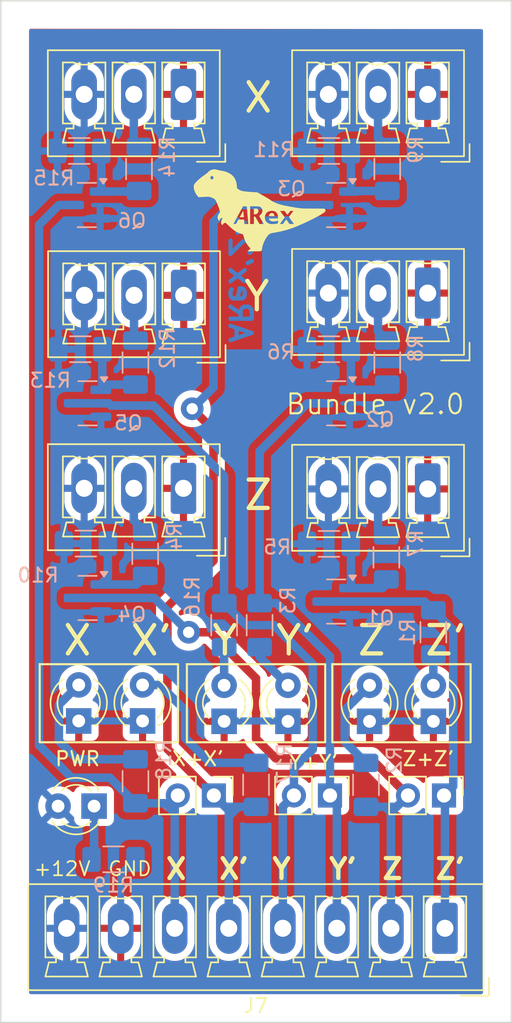
<source format=kicad_pcb>
(kicad_pcb (version 20240108) (generator "pcbnew") (generator_version "8.0")
  (layers (0 "F.Cu" signal) (31 "B.Cu" signal) (34 "B.Paste" user) (35 "F.Paste" user) (36 "B.SilkS" user "B.Silkscreen") (37 "F.SilkS" user "F.Silkscreen") (38 "B.Mask" user) (39 "F.Mask" user) (44 "Edge.Cuts" user))
  (net 0 "")
  (net 1 "GND")
  (net 2 "Net-(D5-A)")
  (net 3 "VDD")
  (net 4 "Net-(J2-Pin_2)")
  (net 5 "Net-(J3-Pin_2)")
  (net 6 "Net-(J4-Pin_2)")
  (net 7 "Net-(J5-Pin_2)")
  (net 8 "Net-(J6-Pin_2)")
  (net 9 "Net-(D6-A)")
  (net 10 "Z")
  (net 11 "Y")
  (net 12 "X")
  (net 13 "Net-(D1-A)")
  (net 14 "Net-(D2-A)")
  (net 15 "Net-(D3-A)")
  (net 16 "Net-(D4-A)")
  (net 17 "Net-(Q1-B)")
  (net 18 "Net-(Q2-B)")
  (net 19 "Net-(Q3-B)")
  (net 20 "X'")
  (net 21 "Net-(Q4-B)")
  (net 22 "Net-(Q5-B)")
  (net 23 "Y'")
  (net 24 "Net-(Q6-B)")
  (net 25 "Net-(J1-Pin_2)")
  (net 26 "Net-(D7-K)")
  (net 27 "Z'")
  (footprint "LED_THT:LED_D3.0mm" (layer "F.Cu") (at 163 108.775 90)
    (property "Reference" "D2" (hide yes))
    (property "Value" "Z")
    (pad "1" thru_hole rect (at 0 0 90) (size 1.8 1.8) (drill 0.9) (layers "*.Cu" "*.Mask") (net 1 "GND"))
    (pad "2" thru_hole circle (at 2.54 0 90) (size 1.8 1.8) (drill 0.9) (layers "*.Cu" "*.Mask") (net 14 "Net-(D2-A)"))
  )
  (footprint "Connector_Phoenix_MC:PhoenixContact_MCV_1,5_3-G-3.5_1x03_P3.50mm_Vertical" (layer "F.Cu") (at 167.1 78.6 180)
    (property "Reference" "J3" (hide yes))
    (property "Value" "Y'")
    (pad "1" thru_hole roundrect (at 0 0 180) (size 1.8 3.6) (drill 1.2) (layers "*.Cu" "*.Mask") (roundrect_rratio 0.138889) (net 1 "GND"))
    (pad "2" thru_hole oval (at 3.5 0 180) (size 1.8 3.6) (drill 1.2) (layers "*.Cu" "*.Mask") (net 5 "Net-(J3-Pin_2)"))
    (pad "3" thru_hole oval (at 7 0 180) (size 1.8 3.6) (drill 1.2) (layers "*.Cu" "*.Mask") (net 3 "VDD"))
  )
  (footprint "LED_THT:LED_D3.0mm" (layer "F.Cu") (at 142.5 108.7498 90)
    (property "Reference" "D6" (hide yes))
    (property "Value" "X")
    (pad "1" thru_hole rect (at 0 0 90) (size 1.8 1.8) (drill 0.9) (layers "*.Cu" "*.Mask") (net 1 "GND"))
    (pad "2" thru_hole circle (at 2.54 0 90) (size 1.8 1.8) (drill 0.9) (layers "*.Cu" "*.Mask") (net 9 "Net-(D6-A)"))
  )
  (footprint "Connector_PinHeader_2.54mm:PinHeader_1x02_P2.54mm_Vertical" (layer "F.Cu") (at 160.2118 114 -90)
    (property "Reference" "JP2" (hide yes))
    (property "Value" "Y")
    (pad "1" thru_hole rect (at 0 0 270) (size 1.7 1.7) (drill 1) (layers "*.Cu" "*.Mask") (net 23 "Y'"))
    (pad "2" thru_hole oval (at 0 2.54 270) (size 1.7 1.7) (drill 1) (layers "*.Cu" "*.Mask") (net 11 "Y"))
  )
  (footprint "Connector_Phoenix_MC:PhoenixContact_MCV_1,5_3-G-3.5_1x03_P3.50mm_Vertical" (layer "F.Cu") (at 149.9 78.7575 180)
    (property "Reference" "J4" (hide yes))
    (property "Value" "Y")
    (pad "1" thru_hole roundrect (at 0 0 180) (size 1.8 3.6) (drill 1.2) (layers "*.Cu" "*.Mask") (roundrect_rratio 0.138889) (net 1 "GND"))
    (pad "2" thru_hole oval (at 3.5 0 180) (size 1.8 3.6) (drill 1.2) (layers "*.Cu" "*.Mask") (net 6 "Net-(J4-Pin_2)"))
    (pad "3" thru_hole oval (at 7 0 180) (size 1.8 3.6) (drill 1.2) (layers "*.Cu" "*.Mask") (net 3 "VDD"))
  )
  (footprint "LED_THT:LED_D3.0mm" (layer "F.Cu") (at 152.75 108.775 90)
    (property "Reference" "D4" (hide yes))
    (property "Value" "Y")
    (pad "1" thru_hole rect (at 0 0 90) (size 1.8 1.8) (drill 0.9) (layers "*.Cu" "*.Mask") (net 1 "GND"))
    (pad "2" thru_hole circle (at 2.54 0 90) (size 1.8 1.8) (drill 0.9) (layers "*.Cu" "*.Mask") (net 16 "Net-(D4-A)"))
  )
  (footprint "Connector_Phoenix_MC:PhoenixContact_MCV_1,5_3-G-3.5_1x03_P3.50mm_Vertical" (layer "F.Cu") (at 149.8825 64.6 180)
    (property "Reference" "J6" (hide yes))
    (property "Value" "XX")
    (pad "1" thru_hole roundrect (at 0 0 180) (size 1.8 3.6) (drill 1.2) (layers "*.Cu" "*.Mask") (roundrect_rratio 0.138889) (net 1 "GND"))
    (pad "2" thru_hole oval (at 3.5 0 180) (size 1.8 3.6) (drill 1.2) (layers "*.Cu" "*.Mask") (net 8 "Net-(J6-Pin_2)"))
    (pad "3" thru_hole oval (at 7 0 180) (size 1.8 3.6) (drill 1.2) (layers "*.Cu" "*.Mask") (net 3 "VDD"))
  )
  (footprint "Connector_Phoenix_MC:PhoenixContact_MCV_1,5_3-G-3.5_1x03_P3.50mm_Vertical" (layer "F.Cu") (at 167.1 64.6 180)
    (property "Reference" "J5" (hide yes))
    (property "Value" "X'")
    (pad "1" thru_hole roundrect (at 0 0 180) (size 1.8 3.6) (drill 1.2) (layers "*.Cu" "*.Mask") (roundrect_rratio 0.138889) (net 1 "GND"))
    (pad "2" thru_hole oval (at 3.5 0 180) (size 1.8 3.6) (drill 1.2) (layers "*.Cu" "*.Mask") (net 7 "Net-(J5-Pin_2)"))
    (pad "3" thru_hole oval (at 7 0 180) (size 1.8 3.6) (drill 1.2) (layers "*.Cu" "*.Mask") (net 3 "VDD"))
  )
  (footprint "Connector_PinHeader_2.54mm:PinHeader_1x02_P2.54mm_Vertical" (layer "F.Cu") (at 152.025 114 -90)
    (property "Reference" "JP1" (hide yes))
    (property "Value" "X")
    (pad "1" thru_hole rect (at 0 0 270) (size 1.7 1.7) (drill 1) (layers "*.Cu" "*.Mask") (net 20 "X'"))
    (pad "2" thru_hole oval (at 0 2.54 270) (size 1.7 1.7) (drill 1) (layers "*.Cu" "*.Mask") (net 12 "X"))
  )
  (footprint "LOGO" (layer "F.Cu") (at 155.25 72.75)
    (property "Reference" "G***" (hide yes))
    (property "Value" "LOGO" (hide yes))
  )
  (footprint "LED_THT:LED_D3.0mm" (layer "F.Cu") (at 147 108.7498 90)
    (property "Reference" "D5" (hide yes))
    (property "Value" "X'")
    (pad "1" thru_hole rect (at 0 0 90) (size 1.8 1.8) (drill 0.9) (layers "*.Cu" "*.Mask") (net 1 "GND"))
    (pad "2" thru_hole circle (at 2.54 0 90) (size 1.8 1.8) (drill 0.9) (layers "*.Cu" "*.Mask") (net 2 "Net-(D5-A)"))
  )
  (footprint "LED_THT:LED_D3.0mm" (layer "F.Cu") (at 157.25 108.775 90)
    (property "Reference" "D3" (hide yes))
    (property "Value" "Y'")
    (pad "1" thru_hole rect (at 0 0 90) (size 1.8 1.8) (drill 0.9) (layers "*.Cu" "*.Mask") (net 1 "GND"))
    (pad "2" thru_hole circle (at 2.54 0 90) (size 1.8 1.8) (drill 0.9) (layers "*.Cu" "*.Mask") (net 15 "Net-(D3-A)"))
  )
  (footprint "Connector_Phoenix_MC:PhoenixContact_MCV_1,5_3-G-3.5_1x03_P3.50mm_Vertical" (layer "F.Cu") (at 149.8825 92.3575 180)
    (property "Reference" "J2" (hide yes))
    (property "Value" "Z")
    (pad "1" thru_hole roundrect (at 0 0 180) (size 1.8 3.6) (drill 1.2) (layers "*.Cu" "*.Mask") (roundrect_rratio 0.138889) (net 1 "GND"))
    (pad "2" thru_hole oval (at 3.5 0 180) (size 1.8 3.6) (drill 1.2) (layers "*.Cu" "*.Mask") (net 4 "Net-(J2-Pin_2)"))
    (pad "3" thru_hole oval (at 7 0 180) (size 1.8 3.6) (drill 1.2) (layers "*.Cu" "*.Mask") (net 3 "VDD"))
  )
  (footprint "Connector_PinHeader_2.54mm:PinHeader_1x02_P2.54mm_Vertical" (layer "F.Cu") (at 168.25 114 -90)
    (property "Reference" "JP3" (hide yes))
    (property "Value" "Z")
    (pad "1" thru_hole rect (at 0 0 270) (size 1.7 1.7) (drill 1) (layers "*.Cu" "*.Mask") (net 27 "Z'"))
    (pad "2" thru_hole oval (at 0 2.54 270) (size 1.7 1.7) (drill 1) (layers "*.Cu" "*.Mask") (net 10 "Z"))
  )
  (footprint "Connector_Phoenix_MC:PhoenixContact_MCV_1,5_8-G-3.81_1x08_P3.81mm_Vertical" (layer "F.Cu") (at 168.3175 123.3575 180)
    (property "Reference" "J7" (at 13.33 -5.45 0) (layer "F.SilkS"))
    (property "Value" "Screw_Terminal_01x08")
    (pad "1" thru_hole roundrect (at 0 0 180) (size 1.8 3.6) (drill 1.2) (layers "*.Cu" "*.Mask") (roundrect_rratio 0.138889) (net 27 "Z'"))
    (pad "2" thru_hole oval (at 3.81 0 180) (size 1.8 3.6) (drill 1.2) (layers "*.Cu" "*.Mask") (net 10 "Z"))
    (pad "3" thru_hole oval (at 7.62 0 180) (size 1.8 3.6) (drill 1.2) (layers "*.Cu" "*.Mask") (net 23 "Y'"))
    (pad "4" thru_hole oval (at 11.43 0 180) (size 1.8 3.6) (drill 1.2) (layers "*.Cu" "*.Mask") (net 11 "Y"))
    (pad "5" thru_hole oval (at 15.24 0 180) (size 1.8 3.6) (drill 1.2) (layers "*.Cu" "*.Mask") (net 20 "X'"))
    (pad "6" thru_hole oval (at 19.05 0 180) (size 1.8 3.6) (drill 1.2) (layers "*.Cu" "*.Mask") (net 12 "X"))
    (pad "7" thru_hole oval (at 22.86 0 180) (size 1.8 3.6) (drill 1.2) (layers "*.Cu" "*.Mask") (net 1 "GND"))
    (pad "8" thru_hole oval (at 26.67 0 180) (size 1.8 3.6) (drill 1.2) (layers "*.Cu" "*.Mask") (net 3 "VDD"))
  )
  (footprint "LED_THT:LED_D3.0mm" (layer "F.Cu") (at 143.583 114.75 180)
    (property "Reference" "D7" (hide yes))
    (property "Value" "PWR")
    (pad "1" thru_hole rect (at 0 0 180) (size 1.8 1.8) (drill 0.9) (layers "*.Cu" "*.Mask") (net 26 "Net-(D7-K)"))
    (pad "2" thru_hole circle (at 2.54 0 180) (size 1.8 1.8) (drill 0.9) (layers "*.Cu" "*.Mask") (net 3 "VDD"))
  )
  (footprint "Connector_Phoenix_MC:PhoenixContact_MCV_1,5_3-G-3.5_1x03_P3.50mm_Vertical" (layer "F.Cu") (at 167.1 92.4 180)
    (property "Reference" "J1" (hide yes))
    (property "Value" "Z'")
    (pad "1" thru_hole roundrect (at 0 0 180) (size 1.8 3.6) (drill 1.2) (layers "*.Cu" "*.Mask") (roundrect_rratio 0.138889) (net 1 "GND"))
    (pad "2" thru_hole oval (at 3.5 0 180) (size 1.8 3.6) (drill 1.2) (layers "*.Cu" "*.Mask") (net 25 "Net-(J1-Pin_2)"))
    (pad "3" thru_hole oval (at 7 0 180) (size 1.8 3.6) (drill 1.2) (layers "*.Cu" "*.Mask") (net 3 "VDD"))
  )
  (footprint "LED_THT:LED_D3.0mm" (layer "F.Cu") (at 167.5 108.775 90)
    (property "Reference" "D1" (hide yes))
    (property "Value" "Z'")
    (pad "1" thru_hole rect (at 0 0 90) (size 1.8 1.8) (drill 0.9) (layers "*.Cu" "*.Mask") (net 1 "GND"))
    (pad "2" thru_hole circle (at 2.54 0 90) (size 1.8 1.8) (drill 0.9) (layers "*.Cu" "*.Mask") (net 13 "Net-(D1-A)"))
  )
  (footprint "Resistor_SMD:R_1206_3216Metric_Pad1.30x1.75mm_HandSolder" (layer "B.Cu") (at 146.5 113 90)
    (property "Reference" "R18" (at 1.5 2 90) (layer "B.SilkS") (effects (justify mirror)))
    (property "Value" "10k")
    (pad "1" smd roundrect (at -1.55 0 90) (size 1.3 1.75) (layers "B.Cu" "B.Paste" "B.Mask") (roundrect_rratio 0.192308) (net 12 "X"))
    (pad "2" smd roundrect (at 1.55 0 90) (size 1.3 1.75) (layers "B.Cu" "B.Paste" "B.Mask") (roundrect_rratio 0.192308) (net 9 "Net-(D6-A)"))
  )
  (footprint "Resistor_SMD:R_1206_3216Metric_Pad1.30x1.75mm_HandSolder" (layer "B.Cu") (at 155 113.25 90)
    (property "Reference" "R17" (at 1.5 2 90) (layer "B.SilkS") (effects (justify mirror)))
    (property "Value" "10k")
    (pad "1" smd roundrect (at -1.55 0 90) (size 1.3 1.75) (layers "B.Cu" "B.Paste" "B.Mask") (roundrect_rratio 0.192308) (net 20 "X'"))
    (pad "2" smd roundrect (at 1.55 0 90) (size 1.3 1.75) (layers "B.Cu" "B.Paste" "B.Mask") (roundrect_rratio 0.192308) (net 2 "Net-(D5-A)"))
  )
  (footprint "Resistor_SMD:R_1206_3216Metric_Pad1.30x1.75mm_HandSolder" (layer "B.Cu") (at 164.25 69.8568 -90)
    (property "Reference" "R9" (at -1.3568 -2 90) (layer "B.SilkS") (effects (justify mirror)))
    (property "Value" "1k")
    (pad "1" smd roundrect (at -1.55 0 270) (size 1.3 1.75) (layers "B.Cu" "B.Paste" "B.Mask") (roundrect_rratio 0.192308) (net 7 "Net-(J5-Pin_2)"))
    (pad "2" smd roundrect (at 1.55 0 270) (size 1.3 1.75) (layers "B.Cu" "B.Paste" "B.Mask") (roundrect_rratio 0.192308) (net 19 "Net-(Q3-B)"))
  )
  (footprint "Package_TO_SOT_SMD:SOT-23" (layer "B.Cu") (at 160.6468 100.3368 180)
    (property "Reference" "Q1" (at -3.1032 -1.1632 180) (layer "B.SilkS") (effects (justify mirror)))
    (property "Value" "BC858")
    (pad "1" smd roundrect (at -0.9375 0.95 180) (size 1.475 0.6) (layers "B.Cu" "B.Paste" "B.Mask") (net 17 "Net-(Q1-B)"))
    (pad "2" smd roundrect (at -0.9375 -0.95 180) (size 1.475 0.6) (layers "B.Cu" "B.Paste" "B.Mask") (net 3 "VDD"))
    (pad "3" smd roundrect (at 0.9375 0 180) (size 1.475 0.6) (layers "B.Cu" "B.Paste" "B.Mask") (net 27 "Z'"))
  )
  (footprint "Resistor_SMD:R_1206_3216Metric_Pad1.30x1.75mm_HandSolder" (layer "B.Cu") (at 155.25 102 -90)
    (property "Reference" "R3" (at -1.75 -2 90) (layer "B.SilkS") (effects (justify mirror)))
    (property "Value" "10k")
    (pad "1" smd roundrect (at -1.55 0 270) (size 1.3 1.75) (layers "B.Cu" "B.Paste" "B.Mask") (roundrect_rratio 0.192308) (net 23 "Y'"))
    (pad "2" smd roundrect (at 1.55 0 270) (size 1.3 1.75) (layers "B.Cu" "B.Paste" "B.Mask") (roundrect_rratio 0.192308) (net 15 "Net-(D3-A)"))
  )
  (footprint "Resistor_SMD:R_1206_3216Metric_Pad1.30x1.75mm_HandSolder" (layer "B.Cu") (at 146.75 69.8568 -90)
    (property "Reference" "R14" (at -0.8568 -2 90) (layer "B.SilkS") (effects (justify mirror)))
    (property "Value" "1k")
    (pad "1" smd roundrect (at -1.55 0 270) (size 1.3 1.75) (layers "B.Cu" "B.Paste" "B.Mask") (roundrect_rratio 0.192308) (net 8 "Net-(J6-Pin_2)"))
    (pad "2" smd roundrect (at 1.55 0 270) (size 1.3 1.75) (layers "B.Cu" "B.Paste" "B.Mask") (roundrect_rratio 0.192308) (net 24 "Net-(Q6-B)"))
  )
  (footprint "Resistor_SMD:R_1206_3216Metric_Pad1.30x1.75mm_HandSolder" (layer "B.Cu") (at 142.6128 82.5568 180)
    (property "Reference" "R13" (at 2.1128 -2.1932 0) (layer "B.SilkS") (effects (justify mirror)))
    (property "Value" "100k")
    (pad "1" smd roundrect (at -1.55 0 180) (size 1.3 1.75) (layers "B.Cu" "B.Paste" "B.Mask") (roundrect_rratio 0.192308) (net 22 "Net-(Q5-B)"))
    (pad "2" smd roundrect (at 1.55 0 180) (size 1.3 1.75) (layers "B.Cu" "B.Paste" "B.Mask") (roundrect_rratio 0.192308) (net 3 "VDD"))
  )
  (footprint "Package_TO_SOT_SMD:SOT-23" (layer "B.Cu") (at 143.1208 100.0844 180)
    (property "Reference" "Q4" (at -3.1292 -1.1656 180) (layer "B.SilkS") (effects (justify mirror)))
    (property "Value" "BC858")
    (pad "1" smd roundrect (at -0.9375 0.95 180) (size 1.475 0.6) (layers "B.Cu" "B.Paste" "B.Mask") (net 21 "Net-(Q4-B)"))
    (pad "2" smd roundrect (at -0.9375 -0.95 180) (size 1.475 0.6) (layers "B.Cu" "B.Paste" "B.Mask") (net 3 "VDD"))
    (pad "3" smd roundrect (at 0.9375 0 180) (size 1.475 0.6) (layers "B.Cu" "B.Paste" "B.Mask") (net 10 "Z"))
  )
  (footprint "Resistor_SMD:R_1206_3216Metric_Pad1.30x1.75mm_HandSolder" (layer "B.Cu") (at 142.5372 68.5868 180)
    (property "Reference" "R15" (at 1.7872 -1.9132 0) (layer "B.SilkS") (effects (justify mirror)))
    (property "Value" "100k")
    (pad "1" smd roundrect (at -1.55 0 180) (size 1.3 1.75) (layers "B.Cu" "B.Paste" "B.Mask") (roundrect_rratio 0.192308) (net 24 "Net-(Q6-B)"))
    (pad "2" smd roundrect (at 1.55 0 180) (size 1.3 1.75) (layers "B.Cu" "B.Paste" "B.Mask") (roundrect_rratio 0.192308) (net 3 "VDD"))
  )
  (footprint "Resistor_SMD:R_1206_3216Metric_Pad1.30x1.75mm_HandSolder" (layer "B.Cu") (at 144.95 118.5)
    (property "Reference" "R19" (at 0 1.82 0) (layer "B.SilkS") (effects (justify mirror)))
    (property "Value" "10k")
    (pad "1" smd roundrect (at -1.55 0) (size 1.3 1.75) (layers "B.Cu" "B.Paste" "B.Mask") (roundrect_rratio 0.192308) (net 26 "Net-(D7-K)"))
    (pad "2" smd roundrect (at 1.55 0) (size 1.3 1.75) (layers "B.Cu" "B.Paste" "B.Mask") (roundrect_rratio 0.192308) (net 1 "GND"))
  )
  (footprint "Resistor_SMD:R_1206_3216Metric_Pad1.30x1.75mm_HandSolder" (layer "B.Cu") (at 160.1388 68.5868 180)
    (property "Reference" "R11" (at 3.8888 0.0868 0) (layer "B.SilkS") (effects (justify mirror)))
    (property "Value" "100k")
    (pad "1" smd roundrect (at -1.55 0 180) (size 1.3 1.75) (layers "B.Cu" "B.Paste" "B.Mask") (roundrect_rratio 0.192308) (net 19 "Net-(Q3-B)"))
    (pad "2" smd roundrect (at 1.55 0 180) (size 1.3 1.75) (layers "B.Cu" "B.Paste" "B.Mask") (roundrect_rratio 0.192308) (net 3 "VDD"))
  )
  (footprint "Resistor_SMD:R_1206_3216Metric_Pad1.30x1.75mm_HandSolder" (layer "B.Cu") (at 162.75 113.25 90)
    (property "Reference" "R2" (at 1.75 2 90) (layer "B.SilkS") (effects (justify mirror)))
    (property "Value" "10k")
    (pad "1" smd roundrect (at -1.55 0 90) (size 1.3 1.75) (layers "B.Cu" "B.Paste" "B.Mask") (roundrect_rratio 0.192308) (net 10 "Z"))
    (pad "2" smd roundrect (at 1.55 0 90) (size 1.3 1.75) (layers "B.Cu" "B.Paste" "B.Mask") (roundrect_rratio 0.192308) (net 14 "Net-(D2-A)"))
  )
  (footprint "Resistor_SMD:R_1206_3216Metric_Pad1.30x1.75mm_HandSolder" (layer "B.Cu") (at 143 96.25 180)
    (property "Reference" "R10" (at 3.3628 -2.2272 0) (layer "B.SilkS") (effects (justify mirror)))
    (property "Value" "100k")
    (pad "1" smd roundrect (at -1.55 0 180) (size 1.3 1.75) (layers "B.Cu" "B.Paste" "B.Mask") (roundrect_rratio 0.192308) (net 21 "Net-(Q4-B)"))
    (pad "2" smd roundrect (at 1.55 0 180) (size 1.3 1.75) (layers "B.Cu" "B.Paste" "B.Mask") (roundrect_rratio 0.192308) (net 3 "VDD"))
  )
  (footprint "Resistor_SMD:R_1206_3216Metric_Pad1.30x1.75mm_HandSolder" (layer "B.Cu") (at 146.5 83.5 -90)
    (property "Reference" "R12" (at -1 -2.25 90) (layer "B.SilkS") (effects (justify mirror)))
    (property "Value" "1k")
    (pad "1" smd roundrect (at -1.55 0 270) (size 1.3 1.75) (layers "B.Cu" "B.Paste" "B.Mask") (roundrect_rratio 0.192308) (net 6 "Net-(J4-Pin_2)"))
    (pad "2" smd roundrect (at 1.55 0 270) (size 1.3 1.75) (layers "B.Cu" "B.Paste" "B.Mask") (roundrect_rratio 0.192308) (net 22 "Net-(Q5-B)"))
  )
  (footprint "Package_TO_SOT_SMD:SOT-23" (layer "B.Cu") (at 160.6468 86.3668 180)
    (property "Reference" "Q2" (at -3.1032 -1.1332 180) (layer "B.SilkS") (effects (justify mirror)))
    (property "Value" "BC858")
    (pad "1" smd roundrect (at -0.9375 0.95 180) (size 1.475 0.6) (layers "B.Cu" "B.Paste" "B.Mask") (net 18 "Net-(Q2-B)"))
    (pad "2" smd roundrect (at -0.9375 -0.95 180) (size 1.475 0.6) (layers "B.Cu" "B.Paste" "B.Mask") (net 3 "VDD"))
    (pad "3" smd roundrect (at 0.9375 0 180) (size 1.475 0.6) (layers "B.Cu" "B.Paste" "B.Mask") (net 23 "Y'"))
  )
  (footprint "Resistor_SMD:R_1206_3216Metric_Pad1.30x1.75mm_HandSolder" (layer "B.Cu") (at 164.1868 97.2248 -90)
    (property "Reference" "R7" (at -0.9748 -2.0632 90) (layer "B.SilkS") (effects (justify mirror)))
    (property "Value" "1k")
    (pad "1" smd roundrect (at -1.55 0 270) (size 1.3 1.75) (layers "B.Cu" "B.Paste" "B.Mask") (roundrect_rratio 0.192308) (net 25 "Net-(J1-Pin_2)"))
    (pad "2" smd roundrect (at 1.55 0 270) (size 1.3 1.75) (layers "B.Cu" "B.Paste" "B.Mask") (roundrect_rratio 0.192308) (net 17 "Net-(Q1-B)"))
  )
  (footprint "Resistor_SMD:R_1206_3216Metric_Pad1.30x1.75mm_HandSolder" (layer "B.Cu") (at 152.75 102 -90)
    (property "Reference" "R16" (at -2 2.25 90) (layer "B.SilkS") (effects (justify mirror)))
    (property "Value" "10k")
    (pad "1" smd roundrect (at -1.55 0 270) (size 1.3 1.75) (layers "B.Cu" "B.Paste" "B.Mask") (roundrect_rratio 0.192308) (net 11 "Y"))
    (pad "2" smd roundrect (at 1.55 0 270) (size 1.3 1.75) (layers "B.Cu" "B.Paste" "B.Mask") (roundrect_rratio 0.192308) (net 16 "Net-(D4-A)"))
  )
  (footprint "Package_TO_SOT_SMD:SOT-23" (layer "B.Cu") (at 143.1208 86.3668 180)
    (property "Reference" "Q5" (at -2.8792 -1.3832 180) (layer "B.SilkS") (effects (justify mirror)))
    (property "Value" "BC858")
    (pad "1" smd roundrect (at -0.9375 0.95 180) (size 1.475 0.6) (layers "B.Cu" "B.Paste" "B.Mask") (net 22 "Net-(Q5-B)"))
    (pad "2" smd roundrect (at -0.9375 -0.95 180) (size 1.475 0.6) (layers "B.Cu" "B.Paste" "B.Mask") (net 3 "VDD"))
    (pad "3" smd roundrect (at 0.9375 0 180) (size 1.475 0.6) (layers "B.Cu" "B.Paste" "B.Mask") (net 11 "Y"))
  )
  (footprint "Package_TO_SOT_SMD:SOT-23" (layer "B.Cu") (at 143.07 72.3968 180)
    (property "Reference" "Q6" (at -3.18 -1.1032 180) (layer "B.SilkS") (effects (justify mirror)))
    (property "Value" "BC858")
    (pad "1" smd roundrect (at -0.9375 0.95 180) (size 1.475 0.6) (layers "B.Cu" "B.Paste" "B.Mask") (net 24 "Net-(Q6-B)"))
    (pad "2" smd roundrect (at -0.9375 -0.95 180) (size 1.475 0.6) (layers "B.Cu" "B.Paste" "B.Mask") (net 3 "VDD"))
    (pad "3" smd roundrect (at 0.9375 0 180) (size 1.475 0.6) (layers "B.Cu" "B.Paste" "B.Mask") (net 12 "X"))
  )
  (footprint "Resistor_SMD:R_1206_3216Metric_Pad1.30x1.75mm_HandSolder" (layer "B.Cu") (at 147.1868 96.9748 -90)
    (property "Reference" "R4" (at -1.2248 -2.0632 90) (layer "B.SilkS") (effects (justify mirror)))
    (property "Value" "1k")
    (pad "1" smd roundrect (at -1.55 0 270) (size 1.3 1.75) (layers "B.Cu" "B.Paste" "B.Mask") (roundrect_rratio 0.192308) (net 4 "Net-(J2-Pin_2)"))
    (pad "2" smd roundrect (at 1.55 0 270) (size 1.3 1.75) (layers "B.Cu" "B.Paste" "B.Mask") (roundrect_rratio 0.192308) (net 21 "Net-(Q4-B)"))
  )
  (footprint "Resistor_SMD:R_1206_3216Metric_Pad1.30x1.75mm_HandSolder" (layer "B.Cu") (at 160.1388 96.2728 180)
    (property "Reference" "R5" (at 3.6388 -0.2272 0) (layer "B.SilkS") (effects (justify mirror)))
    (property "Value" "100k")
    (pad "1" smd roundrect (at -1.55 0 180) (size 1.3 1.75) (layers "B.Cu" "B.Paste" "B.Mask") (roundrect_rratio 0.192308) (net 17 "Net-(Q1-B)"))
    (pad "2" smd roundrect (at 1.55 0 180) (size 1.3 1.75) (layers "B.Cu" "B.Paste" "B.Mask") (roundrect_rratio 0.192308) (net 3 "VDD"))
  )
  (footprint "Resistor_SMD:R_1206_3216Metric_Pad1.30x1.75mm_HandSolder" (layer "B.Cu") (at 167.5 102.5 -90)
    (property "Reference" "R1" (at 0 1.82 90) (layer "B.SilkS") (effects (justify mirror)))
    (property "Value" "10k")
    (pad "1" smd roundrect (at -1.55 0 270) (size 1.3 1.75) (layers "B.Cu" "B.Paste" "B.Mask") (roundrect_rratio 0.192308) (net 27 "Z'"))
    (pad "2" smd roundrect (at 1.55 0 270) (size 1.3 1.75) (layers "B.Cu" "B.Paste" "B.Mask") (roundrect_rratio 0.192308) (net 13 "Net-(D1-A)"))
  )
  (footprint "Package_TO_SOT_SMD:SOT-23" (layer "B.Cu") (at 160.6468 72.3968 180)
    (property "Reference" "Q3" (at 3.1468 1.1468 180) (layer "B.SilkS") (effects (justify mirror)))
    (property "Value" "BC858")
    (pad "1" smd roundrect (at -0.9375 0.95 180) (size 1.475 0.6) (layers "B.Cu" "B.Paste" "B.Mask") (net 19 "Net-(Q3-B)"))
    (pad "2" smd roundrect (at -0.9375 -0.95 180) (size 1.475 0.6) (layers "B.Cu" "B.Paste" "B.Mask") (net 3 "VDD"))
    (pad "3" smd roundrect (at 0.9375 0 180) (size 1.475 0.6) (layers "B.Cu" "B.Paste" "B.Mask") (net 20 "X'"))
  )
  (footprint "Resistor_SMD:R_1206_3216Metric_Pad1.30x1.75mm_HandSolder" (layer "B.Cu") (at 164.25 83.5 -90)
    (property "Reference" "R8" (at -1 -2 90) (layer "B.SilkS") (effects (justify mirror)))
    (property "Value" "1k")
    (pad "1" smd roundrect (at -1.55 0 270) (size 1.3 1.75) (layers "B.Cu" "B.Paste" "B.Mask") (roundrect_rratio 0.192308) (net 5 "Net-(J3-Pin_2)"))
    (pad "2" smd roundrect (at 1.55 0 270) (size 1.3 1.75) (layers "B.Cu" "B.Paste" "B.Mask") (roundrect_rratio 0.192308) (net 18 "Net-(Q2-B)"))
  )
  (footprint "Resistor_SMD:R_1206_3216Metric_Pad1.30x1.75mm_HandSolder" (layer "B.Cu") (at 160.1388 82.5568 180)
    (property "Reference" "R6" (at 3.3888 -0.1932 0) (layer "B.SilkS") (effects (justify mirror)))
    (property "Value" "100k")
    (pad "1" smd roundrect (at -1.55 0 180) (size 1.3 1.75) (layers "B.Cu" "B.Paste" "B.Mask") (roundrect_rratio 0.192308) (net 18 "Net-(Q2-B)"))
    (pad "2" smd roundrect (at 1.55 0 180) (size 1.3 1.75) (layers "B.Cu" "B.Paste" "B.Mask") (roundrect_rratio 0.192308) (net 3 "VDD"))
  )
  (gr_rect (start 160.375 104.75) (end 170.125 110.25) (stroke (width 0.15)) (fill none) (layer "F.SilkS"))
  (gr_rect (start 139.75 104.75) (end 149.5 110.25) (stroke (width 0.15)) (fill none) (layer "F.SilkS"))
  (gr_rect (start 150.125 104.75) (end 159.875 110.25) (stroke (width 0.15)) (fill none) (layer "F.SilkS"))
  (gr_rect (start 137 58) (end 173 130) (stroke (width 0.1)) (fill none) (layer "Edge.Cuts"))
  (gr_text "ARex'24" (at 153 82.25 -90) (layer "B.Cu") (effects (font (size 1.5 1.5) (thickness 0.3) (bold yes)) (justify left bottom mirror)))
  (gr_text "Z" (at 154 94 0) (layer "F.SilkS") (effects (font (size 2 2) (thickness 0.3) (bold yes)) (justify left bottom)))
  (gr_text "+12V" (at 139.25 119.75 0) (layer "F.SilkS") (effects (font (size 1 1) (thickness 0.125)) (justify left bottom)))
  (gr_text "Y'" (at 160 120 0) (layer "F.SilkS") (effects (font (size 1.4 1.4) (thickness 0.3) (bold yes)) (justify left bottom)))
  (gr_text "GND" (at 144.5 119.75 0) (layer "F.SilkS") (effects (font (size 1 1) (thickness 0.125)) (justify left bottom)))
  (gr_text "Z+Z'" (at 165.25 112 0) (layer "F.SilkS") (effects (font (size 1 1)) (justify left bottom)))
  (gr_text "Y+Y'" (at 157.25 112.25 0) (layer "F.SilkS") (effects (font (size 1 1)) (justify left bottom)))
  (gr_text "X" (at 148.5 120 0) (layer "F.SilkS") (effects (font (size 1.4 1.4) (thickness 0.3) (bold yes)) (justify left bottom)))
  (gr_text "Z'" (at 166.75 104.25 0) (layer "F.SilkS") (effects (font (size 2 2) (thickness 0.3) (bold yes)) (justify left bottom)))
  (gr_text "Z" (at 163.75 120 0) (layer "F.SilkS") (effects (font (size 1.4 1.4) (thickness 0.3) (bold yes)) (justify left bottom)))
  (gr_text "Bundle v2.0" (at 157 87.25 0) (layer "F.SilkS") (effects (font (size 1.4 1.4)) (justify left bottom)))
  (gr_text "Z" (at 162 104.25 0) (layer "F.SilkS") (effects (font (size 2 2) (thickness 0.3) (bold yes)) (justify left bottom)))
  (gr_text "X'" (at 146 104.25 0) (layer "F.SilkS") (effects (font (size 2 2) (thickness 0.3) (bold yes)) (justify left bottom)))
  (gr_text "X" (at 141.25 104.25 0) (layer "F.SilkS") (effects (font (size 2 2) (thickness 0.3) (bold yes)) (justify left bottom)))
  (gr_text "Y'" (at 156.25 104.25 0) (layer "F.SilkS") (effects (font (size 2 2) (thickness 0.3) (bold yes)) (justify left bottom)))
  (gr_text "PWR" (at 140.75 112 0) (layer "F.SilkS") (effects (font (size 1 1)) (justify left bottom)))
  (gr_text "Z'" (at 167.5 120 0) (layer "F.SilkS") (effects (font (size 1.4 1.4) (thickness 0.3) (bold yes)) (justify left bottom)))
  (gr_text "Y" (at 151.75 104.25 0) (layer "F.SilkS") (effects (font (size 2 2) (thickness 0.3) (bold yes)) (justify left bottom)))
  (gr_text "Y" (at 156 120 0) (layer "F.SilkS") (effects (font (size 1.4 1.4) (thickness 0.3) (bold yes)) (justify left bottom)))
  (gr_text "X'" (at 152.25 120 0) (layer "F.SilkS") (effects (font (size 1.4 1.4) (thickness 0.3) (bold yes)) (justify left bottom)))
  (gr_text "Y" (at 154 80 0) (layer "F.SilkS") (effects (font (size 2 2) (thickness 0.3) (bold yes)) (justify left bottom)))
  (gr_text "X+X'" (at 149 112 0) (layer "F.SilkS") (effects (font (size 1 1)) (justify left bottom)))
  (gr_text "X" (at 154 66 0) (layer "F.SilkS") (effects (font (size 2 2) (thickness 0.3) (bold yes)) (justify left bottom)))
  (segment (start 163.1868 108.7498) (end 167.6868 108.7498) (width 0.5) (layer "B.Cu") (net 1))
  (segment (start 157.1868 108.7498) (end 152.6868 108.7498) (width 0.5) (layer "B.Cu") (net 1))
  (segment (start 145.4575 119.5425) (end 145.4575 123.3575) (width 0.5) (layer "B.Cu") (net 1))
  (segment (start 146.5 118.5) (end 145.4575 119.5425) (width 0.5) (layer "B.Cu") (net 1))
  (segment (start 142.4368 108.7498) (end 146.9368 108.7498) (width 0.5) (layer "B.Cu") (net 1))
  (segment (start 151.75 111.7) (end 150 109.95) (width 0.6) (layer "B.Cu") (net 2))
  (segment (start 150 109.95) (end 150 108) (width 0.6) (layer "B.Cu") (net 2))
  (segment (start 150 108) (end 148.2098 106.2098) (width 0.6) (layer "B.Cu") (net 2))
  (segment (start 155 111.7) (end 151.75 111.7) (width 0.6) (layer "B.Cu") (net 2))
  (segment (start 148.2098 106.2098) (end 147 106.2098) (width 0.6) (layer "B.Cu") (net 2))
  (segment (start 146.3825 92.3575) (end 146.3825 94.6205) (width 0.6) (layer "B.Cu") (net 4))
  (segment (start 146.3825 94.6205) (end 147.1868 95.4248) (width 0.6) (layer "B.Cu") (net 4))
  (segment (start 163.6 81.3) (end 164.25 81.95) (width 0.6) (layer "B.Cu") (net 5))
  (segment (start 163.6 78.6) (end 163.6 81.3) (width 0.6) (layer "B.Cu") (net 5))
  (segment (start 146.4 78.7575) (end 146.4 81.85) (width 0.6) (layer "B.Cu") (net 6))
  (segment (start 163.6 67.6568) (end 164.25 68.3068) (width 0.6) (layer "B.Cu") (net 7))
  (segment (start 163.6 64.6) (end 163.6 67.6568) (width 0.6) (layer "B.Cu") (net 7))
  (segment (start 146.3825 64.6) (end 146.3825 67.9393) (width 0.6) (layer "B.Cu") (net 8))
  (segment (start 146.3825 67.9393) (end 146.75 68.3068) (width 0.6) (layer "B.Cu") (net 8))
  (segment (start 142.4002 111.45) (end 141.1 110.1498) (width 0.6) (layer "B.Cu") (net 9))
  (segment (start 141.1 110.1498) (end 141.1 107.6098) (width 0.6) (layer "B.Cu") (net 9))
  (segment (start 146.5 111.45) (end 142.4002 111.45) (width 0.6) (layer "B.Cu") (net 9))
  (segment (start 141.1 107.6098) (end 142.5 106.2098) (width 0.6) (layer "B.Cu") (net 9))
  (segment (start 150.25 102.5) (end 151.75 102.5) (width 0.6) (layer "F.Cu") (net 10))
  (segment (start 156.387389 111.387389) (end 163.097389 111.387389) (width 0.6) (layer "F.Cu") (net 10))
  (segment (start 155 110) (end 156.387389 111.387389) (width 0.6) (layer "F.Cu") (net 10))
  (segment (start 155 105.75) (end 155 110) (width 0.6) (layer "F.Cu") (net 10))
  (segment (start 163.097389 111.387389) (end 165.71 114) (width 0.6) (layer "F.Cu") (net 10))
  (segment (start 151.75 102.5) (end 155 105.75) (width 0.6) (layer "F.Cu") (net 10))
  (via (at 150.25 102.5) (size 1.6) (drill 0.8) (layers "F.Cu" "B.Cu") (net 10))
  (segment (start 162.75 114.8) (end 164 114.8) (width 0.6) (layer "B.Cu") (net 10))
  (segment (start 150.25 102.5) (end 147.8344 100.0844) (width 0.6) (layer "B.Cu") (net 10))
  (segment (start 164.5075 123.3575) (end 164.5075 115.2025) (width 0.6) (layer "B.Cu") (net 10))
  (segment (start 164.5075 115.2025) (end 165.71 114) (width 0.6) (layer "B.Cu") (net 10))
  (segment (start 164.91 114.8) (end 165.71 114) (width 0.6) (layer "B.Cu") (net 10))
  (segment (start 164.105 114.8) (end 164.5075 115.2025) (width 0.6) (layer "B.Cu") (net 10))
  (segment (start 164 114.8) (end 164.105 114.8) (width 0.6) (layer "B.Cu") (net 10))
  (segment (start 164 114.8) (end 164.91 114.8) (width 0.6) (layer "B.Cu") (net 10))
  (segment (start 147.8344 100.0844) (end 142.1833 100.0844) (width 0.6) (layer "B.Cu") (net 10))
  (segment (start 154.3 102) (end 152.75 100.45) (width 0.6) (layer "B.Cu") (net 11))
  (segment (start 159 104.75) (end 156.25 102) (width 0.6) (layer "B.Cu") (net 11))
  (segment (start 159 110.75) (end 159 104.75) (width 0.6) (layer "B.Cu") (net 11))
  (segment (start 156.8875 114.7843) (end 157.6718 114) (width 0.6) (layer "B.Cu") (net 11))
  (segment (start 144.7768 86.5268) (end 144.6168 86.3668) (width 0.6) (layer "B.Cu") (net 11))
  (segment (start 152.75 100.45) (end 152.75 91.5) (width 0.6) (layer "B.Cu") (net 11))
  (segment (start 157.6718 112.0782) (end 159 110.75) (width 0.6) (layer "B.Cu") (net 11))
  (segment (start 156.25 102) (end 154.3 102) (width 0.6) (layer "B.Cu") (net 11))
  (segment (start 144.6168 86.3668) (end 142.1833 86.3668) (width 0.6) (layer "B.Cu") (net 11))
  (segment (start 156.8875 123.3575) (end 156.8875 114.7843) (width 0.6) (layer "B.Cu") (net 11))
  (segment (start 152.75 91.5) (end 147.7768 86.5268) (width 0.6) (layer "B.Cu") (net 11))
  (segment (start 157.6718 114) (end 157.6718 112.0782) (width 0.6) (layer "B.Cu") (net 11))
  (segment (start 147.7768 86.5268) (end 144.7768 86.5268) (width 0.6) (layer "B.Cu") (net 11))
  (segment (start 149.2675 114.2175) (end 149.2675 115.25) (width 0.6) (layer "B.Cu") (net 12))
  (segment (start 142.1325 72.3968) (end 141.1032 72.3968) (width 0.6) (layer "B.Cu") (net 12))
  (segment (start 146.5 114.55) (end 148.5 114.55) (width 0.6) (layer "B.Cu") (net 12))
  (segment (start 148.5675 114.55) (end 149.2675 115.25) (width 0.6) (layer "B.Cu") (net 12))
  (segment (start 148.5 114.55) (end 148.5675 114.55) (width 0.6) (layer "B.Cu") (net 12))
  (segment (start 139.7 73.8) (end 139.7 110.45) (width 0.6) (layer "B.Cu") (net 12))
  (segment (start 144.7 112.75) (end 146.5 114.55) (width 0.6) (layer "B.Cu") (net 12))
  (segment (start 148.5 114.55) (end 148.935 114.55) (width 0.6) (layer "B.Cu") (net 12))
  (segment (start 139.7 110.45) (end 142 112.75) (width 0.6) (layer "B.Cu") (net 12))
  (segment (start 149.2675 115.25) (end 149.2675 123.3575) (width 0.6) (layer "B.Cu") (net 12))
  (segment (start 142 112.75) (end 144.7 112.75) (width 0.6) (layer "B.Cu") (net 12))
  (segment (start 141.1032 72.3968) (end 139.7 73.8) (width 0.6) (layer "B.Cu") (net 12))
  (segment (start 148.935 114.55) (end 149.485 114) (width 0.6) (layer "B.Cu") (net 12))
  (segment (start 167.5 104.05) (end 167.5 106.235) (width 0.6) (layer "B.Cu") (net 13))
  (segment (start 162.75 111.7) (end 161.25 110.2) (width 0.6) (layer "B.Cu") (net 14))
  (segment (start 161.25 107.985) (end 163 106.235) (width 0.6) (layer "B.Cu") (net 14))
  (segment (start 161.25 110.2) (end 161.25 107.985) (width 0.6) (layer "B.Cu") (net 14))
  (segment (start 155.25 103.55) (end 155.25 104.235) (width 0.6) (layer "B.Cu") (net 15))
  (segment (start 155.25 104.235) (end 157.25 106.235) (width 0.6) (layer "B.Cu") (net 15))
  (segment (start 152.75 106.235) (end 152.75 103.55) (width 0.6) (layer "B.Cu") (net 16))
  (segment (start 161.6888 96.2728) (end 161.6888 99.2823) (width 0.6) (layer "B.Cu") (net 17))
  (segment (start 161.5843 99.3868) (end 163.9088 99.3868) (width 0.6) (layer "B.Cu") (net 17))
  (segment (start 161.6888 99.2823) (end 161.5843 99.3868) (width 0.6) (layer "B.Cu") (net 17))
  (segment (start 163.9088 99.3868) (end 164.2028 99.0928) (width 0.6) (layer "B.Cu") (net 17))
  (segment (start 163.8832 85.4168) (end 164.25 85.05) (width 0.6) (layer "B.Cu") (net 18))
  (segment (start 161.6888 85.3123) (end 161.5843 85.4168) (width 0.6) (layer "B.Cu") (net 18))
  (segment (start 161.6888 82.5568) (end 161.6888 85.3123) (width 0.6) (layer "B.Cu") (net 18))
  (segment (start 161.5843 85.4168) (end 163.8832 85.4168) (width 0.6) (layer "B.Cu") (net 18))
  (segment (start 161.6888 71.3423) (end 161.5843 71.4468) (width 0.6) (layer "B.Cu") (net 19))
  (segment (start 164.25 71.4068) (end 161.6243 71.4068) (width 0.6) (layer "B.Cu") (net 19))
  (segment (start 161.6243 71.4068) (end 161.5843 71.4468) (width 0.6) (layer "B.Cu") (net 19))
  (segment (start 161.6888 68.5868) (end 161.6888 71.3423) (width 0.6) (layer "B.Cu") (net 19))
  (segment (start 152 97.455761) (end 148.75 100.705761) (width 0.6) (layer "F.Cu") (net 20))
  (segment (start 150.5 86.75) (end 152 88.25) (width 0.6) (layer "F.Cu") (net 20))
  (segment (start 148.75 110.725) (end 152.025 114) (width 0.6) (layer "F.Cu") (net 20))
  (segment (start 148.75 100.705761) (end 148.75 110.725) (width 0.6) (layer "F.Cu") (net 20))
  (segment (start 152 88.25) (end 152 97.455761) (width 0.6) (layer "F.Cu") (net 20))
  (via (at 150.5 86.75) (size 1.6) (drill 0.8) (layers "F.Cu" "B.Cu") (net 20))
  (segment (start 155 114.8) (end 153.75 114.8) (width 0.6) (layer "B.Cu") (net 20))
  (segment (start 153.0775 115.4725) (end 153.75 114.8) (width 0.6) (layer "B.Cu") (net 20))
  (segment (start 152.825 114.8) (end 152.025 114) (width 0.6) (layer "B.Cu") (net 20))
  (segment (start 153.0775 115.0525) (end 152.025 114) (width 0.6) (layer "B.Cu") (net 20))
  (segment (start 153.0775 115.5) (end 153.0775 115.0525) (width 0.6) (layer "B.Cu") (net 20))
  (segment (start 152 85.25) (end 152 73.589011) (width 0.6) (layer "B.Cu") (net 20))
  (segment (start 152 73.589011) (end 153.192211 72.3968) (width 0.6) (layer "B.Cu") (net 20))
  (segment (start 150.5 86.75) (end 152 85.25) (width 0.6) (layer "B.Cu") (net 20))
  (segment (start 153.0775 123.3575) (end 153.0775 115.5) (width 0.6) (layer "B.Cu") (net 20))
  (segment (start 153.192211 72.3968) (end 159.7093 72.3968) (width 0.6) (layer "B.Cu") (net 20))
  (segment (start 153.75 114.8) (end 152.825 114.8) (width 0.6) (layer "B.Cu") (net 20))
  (segment (start 153.0775 115.5) (end 153.0775 115.4725) (width 0.6) (layer "B.Cu") (net 20))
  (segment (start 146.5772 99.1344) (end 147.1868 98.5248) (width 0.6) (layer "B.Cu") (net 21))
  (segment (start 144.0583 99.1344) (end 146.5772 99.1344) (width 0.6) (layer "B.Cu") (net 21))
  (segment (start 144.55 96.25) (end 144.55 98.6427) (width 0.6) (layer "B.Cu") (net 21))
  (segment (start 144.55 98.6427) (end 144.0583 99.1344) (width 0.6) (layer "B.Cu") (net 21))
  (segment (start 144.1628 85.3123) (end 144.0583 85.4168) (width 0.6) (layer "B.Cu") (net 22))
  (segment (start 144.1628 82.5568) (end 144.1628 85.3123) (width 0.6) (layer "B.Cu") (net 22))
  (segment (start 144.4251 85.05) (end 144.0583 85.4168) (width 0.6) (layer "B.Cu") (net 22))
  (segment (start 146.5 85.05) (end 144.4251 85.05) (width 0.6) (layer "B.Cu") (net 22))
  (segment (start 155.25 89.75) (end 158.6332 86.3668) (width 0.6) (layer "B.Cu") (net 23))
  (segment (start 156.45 100.45) (end 155.25 100.45) (width 0.6) (layer "B.Cu") (net 23))
  (segment (start 160.6975 123.3575) (end 160.6975 114.4857) (width 0.6) (layer "B.Cu") (net 23))
  (segment (start 160.2118 114) (end 160.2118 104.2118) (width 0.6) (layer "B.Cu") (net 23))
  (segment (start 155.25 100.45) (end 155.25 89.75) (width 0.6) (layer "B.Cu") (net 23))
  (segment (start 159.7093 86.3668) (end 158.6332 86.3668) (width 0.6) (layer "B.Cu") (net 23))
  (segment (start 160.2118 104.2118) (end 156.45 100.45) (width 0.6) (layer "B.Cu") (net 23))
  (segment (start 144.0075 71.4468) (end 146.71 71.4468) (width 0.6) (layer "B.Cu") (net 24))
  (segment (start 144.0872 71.3671) (end 144.0075 71.4468) (width 0.6) (layer "B.Cu") (net 24))
  (segment (start 144.0872 68.5868) (end 144.0872 71.3671) (width 0.6) (layer "B.Cu") (net 24))
  (segment (start 163.6 95.39) (end 164.2028 95.9928) (width 0.6) (layer "B.Cu") (net 25))
  (segment (start 163.6 92.4) (end 163.6 95.39) (width 0.6) (layer "B.Cu") (net 25))
  (segment (start 143.583 114.75) (end 143.583 118.317) (width 0.6) (layer "B.Cu") (net 26))
  (segment (start 168.9 102.35) (end 167.5 100.95) (width 0.6) (layer "B.Cu") (net 27))
  (segment (start 168.25 114) (end 168.9 113.35) (width 0.6) (layer "B.Cu") (net 27))
  (segment (start 166.8868 100.3368) (end 167.5 100.95) (width 0.6) (layer "B.Cu") (net 27))
  (segment (start 168.3175 123.3575) (end 168.3175 114.0675) (width 0.6) (layer "B.Cu") (net 27))
  (segment (start 159.7093 100.3368) (end 166.8868 100.3368) (width 0.6) (layer "B.Cu") (net 27))
  (segment (start 168.9 113.35) (end 168.9 102.35) (width 0.6) (layer "B.Cu") (net 27))
  (zone (net 1) (net_name "GND") (layer "F.Cu") (priority 1) (connect_pads (clearance 0.5)) (min_thickness 0.25) (fill yes (thermal_gap 0.5) (thermal_bridge_width 0.5))
    (polygon (pts (xy 171 60) (xy 139 59.9748) (xy 139 128) (xy 171 128)))
  )
  (zone (net 3) (net_name "VDD") (layer "B.Cu") (connect_pads (clearance 0.5)) (min_thickness 0.25) (fill yes (thermal_gap 0.5) (thermal_bridge_width 0.5))
    (polygon (pts (xy 139 60) (xy 139 128) (xy 171 128) (xy 171 60)))
  )
)
</source>
